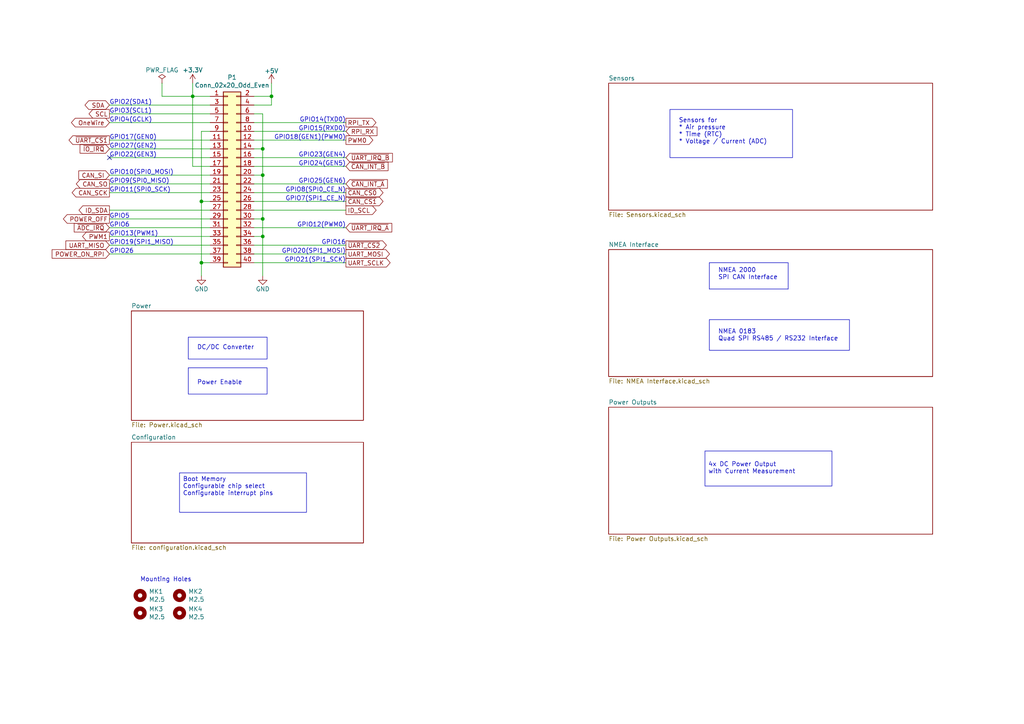
<source format=kicad_sch>
(kicad_sch (version 20231120) (generator "eeschema") (generator_version "8.0")
  (paper "A4")
  (title_block (title "Navigation HAT") (date "2020-05-11") (rev "1.0") (company "Schilling Engineering") (comment 1 "Raspberry Pi extension for sailing."))
  (lib_symbols
    (symbol "Connector_Generic:Conn_02x20_Odd_Even" (pin_names (offset 1.016) hide)
      (property "Reference" "J" (at 1.27 25.4 0))
      (property "Value" "Conn_02x20_Odd_Even" (at 1.27 -27.94 0))
      (symbol "Conn_02x20_Odd_Even_1_1"
        (rectangle (start -1.27 -25.273) (end 0 -25.527) (stroke (width 0.1524)))
        (rectangle (start -1.27 -22.733) (end 0 -22.987) (stroke (width 0.1524)))
        (rectangle (start -1.27 -20.193) (end 0 -20.447) (stroke (width 0.1524)))
        (rectangle (start -1.27 -17.653) (end 0 -17.907) (stroke (width 0.1524)))
        (rectangle (start -1.27 -15.113) (end 0 -15.367) (stroke (width 0.1524)))
        (rectangle (start -1.27 -12.573) (end 0 -12.827) (stroke (width 0.1524)))
        (rectangle (start -1.27 -10.033) (end 0 -10.287) (stroke (width 0.1524)))
        (rectangle (start -1.27 -7.493) (end 0 -7.747) (stroke (width 0.1524)))
        (rectangle (start -1.27 -4.953) (end 0 -5.207) (stroke (width 0.1524)))
        (rectangle (start -1.27 -2.413) (end 0 -2.667) (stroke (width 0.1524)))
        (rectangle (start -1.27 0.127) (end 0 -0.127) (stroke (width 0.1524)))
        (rectangle (start -1.27 2.667) (end 0 2.413) (stroke (width 0.1524)))
        (rectangle (start -1.27 5.207) (end 0 4.953) (stroke (width 0.1524)))
        (rectangle (start -1.27 7.747) (end 0 7.493) (stroke (width 0.1524)))
        (rectangle (start -1.27 10.287) (end 0 10.033) (stroke (width 0.1524)))
        (rectangle (start -1.27 12.827) (end 0 12.573) (stroke (width 0.1524)))
        (rectangle (start -1.27 15.367) (end 0 15.113) (stroke (width 0.1524)))
        (rectangle (start -1.27 17.907) (end 0 17.653) (stroke (width 0.1524)))
        (rectangle (start -1.27 20.447) (end 0 20.193) (stroke (width 0.1524)))
        (rectangle (start -1.27 22.987) (end 0 22.733) (stroke (width 0.1524)))
        (rectangle (start -1.27 24.13) (end 3.81 -26.67) (stroke (width 0.254)) (fill (type background)))
        (rectangle (start 3.81 -25.273) (end 2.54 -25.527) (stroke (width 0.1524)))
        (rectangle (start 3.81 -22.733) (end 2.54 -22.987) (stroke (width 0.1524)))
        (rectangle (start 3.81 -20.193) (end 2.54 -20.447) (stroke (width 0.1524)))
        (rectangle (start 3.81 -17.653) (end 2.54 -17.907) (stroke (width 0.1524)))
        (rectangle (start 3.81 -15.113) (end 2.54 -15.367) (stroke (width 0.1524)))
        (rectangle (start 3.81 -12.573) (end 2.54 -12.827) (stroke (width 0.1524)))
        (rectangle (start 3.81 -10.033) (end 2.54 -10.287) (stroke (width 0.1524)))
        (rectangle (start 3.81 -7.493) (end 2.54 -7.747) (stroke (width 0.1524)))
        (rectangle (start 3.81 -4.953) (end 2.54 -5.207) (stroke (width 0.1524)))
        (rectangle (start 3.81 -2.413) (end 2.54 -2.667) (stroke (width 0.1524)))
        (rectangle (start 3.81 0.127) (end 2.54 -0.127) (stroke (width 0.1524)))
        (rectangle (start 3.81 2.667) (end 2.54 2.413) (stroke (width 0.1524)))
        (rectangle (start 3.81 5.207) (end 2.54 4.953) (stroke (width 0.1524)))
        (rectangle (start 3.81 7.747) (end 2.54 7.493) (stroke (width 0.1524)))
        (rectangle (start 3.81 10.287) (end 2.54 10.033) (stroke (width 0.1524)))
        (rectangle (start 3.81 12.827) (end 2.54 12.573) (stroke (width 0.1524)))
        (rectangle (start 3.81 15.367) (end 2.54 15.113) (stroke (width 0.1524)))
        (rectangle (start 3.81 17.907) (end 2.54 17.653) (stroke (width 0.1524)))
        (rectangle (start 3.81 20.447) (end 2.54 20.193) (stroke (width 0.1524)))
        (rectangle (start 3.81 22.987) (end 2.54 22.733) (stroke (width 0.1524)))
        (pin passive line (at -5.08 22.86 0) (length 3.81) (name "Pin_1") (number "1"))
        (pin passive line (at 7.62 12.7 180) (length 3.81) (name "Pin_10") (number "10"))
        (pin passive line (at -5.08 10.16 0) (length 3.81) (name "Pin_11") (number "11"))
        (pin passive line (at 7.62 10.16 180) (length 3.81) (name "Pin_12") (number "12"))
        (pin passive line (at -5.08 7.62 0) (length 3.81) (name "Pin_13") (number "13"))
        (pin passive line (at 7.62 7.62 180) (length 3.81) (name "Pin_14") (number "14"))
        (pin passive line (at -5.08 5.08 0) (length 3.81) (name "Pin_15") (number "15"))
        (pin passive line (at 7.62 5.08 180) (length 3.81) (name "Pin_16") (number "16"))
        (pin passive line (at -5.08 2.54 0) (length 3.81) (name "Pin_17") (number "17"))
        (pin passive line (at 7.62 2.54 180) (length 3.81) (name "Pin_18") (number "18"))
        (pin passive line (at -5.08 0 0) (length 3.81) (name "Pin_19") (number "19"))
        (pin passive line (at 7.62 22.86 180) (length 3.81) (name "Pin_2") (number "2"))
        (pin passive line (at 7.62 0 180) (length 3.81) (name "Pin_20") (number "20"))
        (pin passive line (at -5.08 -2.54 0) (length 3.81) (name "Pin_21") (number "21"))
        (pin passive line (at 7.62 -2.54 180) (length 3.81) (name "Pin_22") (number "22"))
        (pin passive line (at -5.08 -5.08 0) (length 3.81) (name "Pin_23") (number "23"))
        (pin passive line (at 7.62 -5.08 180) (length 3.81) (name "Pin_24") (number "24"))
        (pin passive line (at -5.08 -7.62 0) (length 3.81) (name "Pin_25") (number "25"))
        (pin passive line (at 7.62 -7.62 180) (length 3.81) (name "Pin_26") (number "26"))
        (pin passive line (at -5.08 -10.16 0) (length 3.81) (name "Pin_27") (number "27"))
        (pin passive line (at 7.62 -10.16 180) (length 3.81) (name "Pin_28") (number "28"))
        (pin passive line (at -5.08 -12.7 0) (length 3.81) (name "Pin_29") (number "29"))
        (pin passive line (at -5.08 20.32 0) (length 3.81) (name "Pin_3") (number "3"))
        (pin passive line (at 7.62 -12.7 180) (length 3.81) (name "Pin_30") (number "30"))
        (pin passive line (at -5.08 -15.24 0) (length 3.81) (name "Pin_31") (number "31"))
        (pin passive line (at 7.62 -15.24 180) (length 3.81) (name "Pin_32") (number "32"))
        (pin passive line (at -5.08 -17.78 0) (length 3.81) (name "Pin_33") (number "33"))
        (pin passive line (at 7.62 -17.78 180) (length 3.81) (name "Pin_34") (number "34"))
        (pin passive line (at -5.08 -20.32 0) (length 3.81) (name "Pin_35") (number "35"))
        (pin passive line (at 7.62 -20.32 180) (length 3.81) (name "Pin_36") (number "36"))
        (pin passive line (at -5.08 -22.86 0) (length 3.81) (name "Pin_37") (number "37"))
        (pin passive line (at 7.62 -22.86 180) (length 3.81) (name "Pin_38") (number "38"))
        (pin passive line (at -5.08 -25.4 0) (length 3.81) (name "Pin_39") (number "39"))
        (pin passive line (at 7.62 20.32 180) (length 3.81) (name "Pin_4") (number "4"))
        (pin passive line (at 7.62 -25.4 180) (length 3.81) (name "Pin_40") (number "40"))
        (pin passive line (at -5.08 17.78 0) (length 3.81) (name "Pin_5") (number "5"))
        (pin passive line (at 7.62 17.78 180) (length 3.81) (name "Pin_6") (number "6"))
        (pin passive line (at -5.08 15.24 0) (length 3.81) (name "Pin_7") (number "7"))
        (pin passive line (at 7.62 15.24 180) (length 3.81) (name "Pin_8") (number "8"))
        (pin passive line (at -5.08 12.7 0) (length 3.81) (name "Pin_9") (number "9"))
      )
    )
    (symbol "GND_1" (power) (pin_names (offset 0))
      (property "Value" "GND_1" (at 0 -3.81 0))
      (symbol "GND_1_0_1"
        (polyline (pts (xy 0 0) (xy 0 -1.27) (xy 1.27 -1.27) (xy 0 -2.54) (xy -1.27 -1.27) (xy 0 -1.27)))
      )
      (symbol "GND_1_1_1"
        (pin power_in line (at 0 0 270) (length 0) hide (name "GND") (number "1"))
      )
    )
    (symbol "Mounting_Hole-Mechanical_1" (pin_names (offset 1.016))
      (property "Reference" "MK" (at 0 5.08 0))
      (property "Value" "Mounting_Hole-Mechanical" (at 0 3.175 0))
      (symbol "Mounting_Hole-Mechanical_1_0_1"
        (circle (center 0 0) (radius 1.27) (stroke (width 1.27)))
      )
    )
    (symbol "Mounting_Hole-Mechanical_2" (pin_names (offset 1.016))
      (property "Reference" "MK" (at 0 5.08 0))
      (property "Value" "Mounting_Hole-Mechanical" (at 0 3.175 0))
      (symbol "Mounting_Hole-Mechanical_2_0_1"
        (circle (center 0 0) (radius 1.27) (stroke (width 1.27)))
      )
    )
    (symbol "Mounting_Hole-Mechanical_3" (pin_names (offset 1.016))
      (property "Reference" "MK" (at 0 5.08 0))
      (property "Value" "Mounting_Hole-Mechanical" (at 0 3.175 0))
      (symbol "Mounting_Hole-Mechanical_3_0_1"
        (circle (center 0 0) (radius 1.27) (stroke (width 1.27)))
      )
    )
    (symbol "NavHAT-rescue:Mounting_Hole-Mechanical" (pin_names (offset 1.016))
      (property "Reference" "MK" (at 0 5.08 0))
      (property "Value" "Mounting_Hole-Mechanical" (at 0 3.175 0))
      (symbol "Mounting_Hole-Mechanical_0_1"
        (circle (center 0 0) (radius 1.27) (stroke (width 1.27)))
      )
    )
    (symbol "power:+3.3V" (power) (pin_names (offset 0))
      (property "Value" "+3.3V" (at 0 3.556 0))
      (symbol "+3.3V_0_1"
        (polyline (pts (xy -0.762 1.27) (xy 0 2.54)))
        (polyline (pts (xy 0 0) (xy 0 2.54)))
        (polyline (pts (xy 0 2.54) (xy 0.762 1.27)))
      )
      (symbol "+3.3V_1_1"
        (pin power_in line (at 0 0 90) (length 0) hide (name "+3.3V") (number "1"))
      )
    )
    (symbol "power:+5V" (power) (pin_names (offset 0))
      (property "Value" "+5V" (at 0 3.556 0))
      (symbol "+5V_0_1"
        (polyline (pts (xy -0.762 1.27) (xy 0 2.54)))
        (polyline (pts (xy 0 0) (xy 0 2.54)))
        (polyline (pts (xy 0 2.54) (xy 0.762 1.27)))
      )
      (symbol "+5V_1_1"
        (pin power_in line (at 0 0 90) (length 0) hide (name "+5V") (number "1"))
      )
    )
    (symbol "power:GND" (power) (pin_names (offset 0))
      (property "Value" "GND" (at 0 -3.81 0))
      (symbol "GND_0_1"
        (polyline (pts (xy 0 0) (xy 0 -1.27) (xy 1.27 -1.27) (xy 0 -2.54) (xy -1.27 -1.27) (xy 0 -1.27)))
      )
      (symbol "GND_1_1"
        (pin power_in line (at 0 0 270) (length 0) hide (name "GND") (number "1"))
      )
    )
    (symbol "power:PWR_FLAG" (power) (pin_numbers hide) (pin_names (offset 0) hide)
      (property "Value" "PWR_FLAG" (at 0 3.81 0))
      (symbol "PWR_FLAG_0_0"
        (pin power_out line (at 0 0 90) (length 0) (name "pwr") (number "1"))
      )
      (symbol "PWR_FLAG_0_1"
        (polyline (pts (xy 0 0) (xy 0 1.27) (xy -1.016 1.905) (xy 0 2.54) (xy 1.016 1.905) (xy 0 1.27)))
      )
    )
  )
  (junction (at 78.74 27.94))
  (junction (at 76.2 50.8))
  (junction (at 76.2 43.18))
  (junction (at 76.2 68.58))
  (junction (at 76.2 63.5))
  (junction (at 58.42 58.42))
  (junction (at 55.88 27.94))
  (junction (at 58.42 76.2))
  (no_connect (at 31.75 45.72))
  (wire (pts (xy 73.66 40.64) (xy 100.33 40.64)))
  (wire (pts (xy 76.2 50.8) (xy 76.2 63.5)))
  (wire (pts (xy 78.74 27.94) (xy 73.66 27.94)))
  (wire (pts (xy 73.66 38.1) (xy 100.33 38.1)))
  (wire (pts (xy 31.75 55.88) (xy 60.96 55.88)))
  (wire (pts (xy 78.74 27.94) (xy 78.74 30.48)))
  (wire (pts (xy 76.2 63.5) (xy 76.2 68.58)))
  (wire (pts (xy 55.88 27.94) (xy 55.88 48.26)))
  (wire (pts (xy 73.66 71.12) (xy 100.33 71.12)))
  (wire (pts (xy 31.75 33.02) (xy 60.96 33.02)))
  (wire (pts (xy 76.2 43.18) (xy 76.2 50.8)))
  (wire (pts (xy 60.96 40.64) (xy 31.75 40.64)))
  (wire (pts (xy 76.2 33.02) (xy 76.2 43.18)))
  (wire (pts (xy 58.42 58.42) (xy 58.42 76.2)))
  (wire (pts (xy 73.66 35.56) (xy 100.33 35.56)))
  (wire (pts (xy 73.66 73.66) (xy 100.33 73.66)))
  (polyline (pts (xy 228.6 83.82) (xy 205.74 83.82)))
  (wire (pts (xy 46.99 24.13) (xy 46.99 27.94)))
  (wire (pts (xy 73.66 66.04) (xy 100.33 66.04)))
  (wire (pts (xy 73.66 55.88) (xy 100.33 55.88)))
  (wire (pts (xy 76.2 33.02) (xy 73.66 33.02)))
  (wire (pts (xy 46.99 27.94) (xy 55.88 27.94)))
  (wire (pts (xy 76.2 63.5) (xy 73.66 63.5)))
  (wire (pts (xy 58.42 58.42) (xy 60.96 58.42)))
  (wire (pts (xy 73.66 45.72) (xy 100.33 45.72)))
  (wire (pts (xy 58.42 76.2) (xy 60.96 76.2)))
  (polyline (pts (xy 228.6 76.2) (xy 228.6 83.82)))
  (wire (pts (xy 55.88 48.26) (xy 60.96 48.26)))
  (wire (pts (xy 31.75 71.12) (xy 60.96 71.12)))
  (wire (pts (xy 73.66 60.96) (xy 100.33 60.96)))
  (polyline (pts (xy 205.74 76.2) (xy 228.6 76.2)))
  (wire (pts (xy 31.75 53.34) (xy 60.96 53.34)))
  (wire (pts (xy 73.66 58.42) (xy 100.33 58.42)))
  (wire (pts (xy 60.96 30.48) (xy 31.75 30.48)))
  (wire (pts (xy 31.75 73.66) (xy 60.96 73.66)))
  (wire (pts (xy 31.75 43.18) (xy 60.96 43.18)))
  (wire (pts (xy 73.66 53.34) (xy 100.33 53.34)))
  (wire (pts (xy 78.74 30.48) (xy 73.66 30.48)))
  (wire (pts (xy 31.75 60.96) (xy 60.96 60.96)))
  (wire (pts (xy 73.66 76.2) (xy 100.33 76.2)))
  (wire (pts (xy 76.2 43.18) (xy 73.66 43.18)))
  (wire (pts (xy 31.75 45.72) (xy 60.96 45.72)))
  (wire (pts (xy 58.42 76.2) (xy 58.42 80.01)))
  (wire (pts (xy 58.42 38.1) (xy 60.96 38.1)))
  (wire (pts (xy 60.96 68.58) (xy 31.75 68.58)))
  (wire (pts (xy 55.88 27.94) (xy 60.96 27.94)))
  (wire (pts (xy 76.2 68.58) (xy 76.2 80.01)))
  (polyline (pts (xy 205.74 83.82) (xy 205.74 76.2)))
  (wire (pts (xy 58.42 38.1) (xy 58.42 58.42)))
  (wire (pts (xy 76.2 50.8) (xy 73.66 50.8)))
  (wire (pts (xy 76.2 68.58) (xy 73.66 68.58)))
  (wire (pts (xy 73.66 48.26) (xy 100.33 48.26)))
  (wire (pts (xy 55.88 24.13) (xy 55.88 27.94)))
  (wire (pts (xy 31.75 35.56) (xy 60.96 35.56)))
  (wire (pts (xy 31.75 63.5) (xy 60.96 63.5)))
  (wire (pts (xy 78.74 24.13) (xy 78.74 27.94)))
  (wire (pts (xy 31.75 66.04) (xy 60.96 66.04)))
  (wire (pts (xy 60.96 50.8) (xy 31.75 50.8)))
  (rectangle (start 205.74 92.71) (end 246.38 101.6))
  (rectangle (start 54.61 106.68) (end 77.47 114.3))
  (rectangle (start 54.61 97.79) (end 77.47 104.14))
  (rectangle (start 194.31 31.75) (end 229.87 45.72))
  (text_box "Boot Memory\nConfigurable chip select\nConfigurable interrupt pins" (at 52.07 137.16 0) (size 36.83 11.43) (effects (font (size 1.27 1.27)) (justify left top)))
  (text_box "\n4x DC Power Output\nwith Current Measurement" (at 204.47 130.81 0) (size 36.83 10.16) (effects (font (size 1.27 1.27)) (justify left top)))
  (text "NMEA 2000\nSPI CAN Interface" (at 208.28 81.28 0) (effects (font (size 1.27 1.27)) (justify left bottom)))
  (text "GPIO26" (at 31.75 73.66 0) (effects (font (size 1.27 1.27)) (justify left bottom)))
  (text "GPIO8(SPI0_CE_N)" (at 100.33 55.88 0) (effects (font (size 1.27 1.27)) (justify right bottom)))
  (text "GPIO18(GEN1)(PWM0)" (at 100.33 40.64 0) (effects (font (size 1.27 1.27)) (justify right bottom)))
  (text "GPIO14(TXD0)" (at 100.33 35.56 0) (effects (font (size 1.27 1.27)) (justify right bottom)))
  (text "GPIO2(SDA1)" (at 31.75 30.48 0) (effects (font (size 1.27 1.27)) (justify left bottom)))
  (text "GPIO22(GEN3)" (at 31.75 45.72 0) (effects (font (size 1.27 1.27)) (justify left bottom)))
  (text "GPIO10(SPI0_MOSI)" (at 31.75 50.8 0) (effects (font (size 1.27 1.27)) (justify left bottom)))
  (text "GPIO16" (at 100.33 71.12 0) (effects (font (size 1.27 1.27)) (justify right bottom)))
  (text "GPIO6" (at 31.75 66.04 0) (effects (font (size 1.27 1.27)) (justify left bottom)))
  (text "Power Enable\n" (at 57.15 111.76 0) (effects (font (size 1.27 1.27)) (justify left bottom)))
  (text "GPIO5" (at 31.75 63.5 0) (effects (font (size 1.27 1.27)) (justify left bottom)))
  (text "GPIO23(GEN4)" (at 100.33 45.72 0) (effects (font (size 1.27 1.27)) (justify right bottom)))
  (text "GPIO3(SCL1)" (at 31.75 33.02 0) (effects (font (size 1.27 1.27)) (justify left bottom)))
  (text "GPIO9(SPI0_MISO)" (at 31.75 53.34 0) (effects (font (size 1.27 1.27)) (justify left bottom)))
  (text "Mounting Holes" (at 40.64 168.91 0) (effects (font (size 1.27 1.27)) (justify left bottom)))
  (text "GPIO24(GEN5)" (at 100.33 48.26 0) (effects (font (size 1.27 1.27)) (justify right bottom)))
  (text "GPIO11(SPI0_SCK)" (at 31.75 55.88 0) (effects (font (size 1.27 1.27)) (justify left bottom)))
  (text "GPIO13(PWM1)" (at 31.75 68.58 0) (effects (font (size 1.27 1.27)) (justify left bottom)))
  (text "GPIO21(SPI1_SCK)" (at 100.33 76.2 0) (effects (font (size 1.27 1.27)) (justify right bottom)))
  (text "GPIO20(SPI1_MOSI)" (at 100.33 73.66 0) (effects (font (size 1.27 1.27)) (justify right bottom)))
  (text "NMEA 0183\nQuad SPI RS485 / RS232 Interface\n" (at 208.28 99.06 0) (effects (font (size 1.27 1.27)) (justify left bottom)))
  (text "GPIO17(GEN0)" (at 31.75 40.64 0) (effects (font (size 1.27 1.27)) (justify left bottom)))
  (text "GPIO7(SPI1_CE_N)" (at 100.33 58.42 0) (effects (font (size 1.27 1.27)) (justify right bottom)))
  (text "GPIO4(GCLK)" (at 31.75 35.56 0) (effects (font (size 1.27 1.27)) (justify left bottom)))
  (text "GPIO19(SPI1_MISO)" (at 31.75 71.12 0) (effects (font (size 1.27 1.27)) (justify left bottom)))
  (text "GPIO12(PWM0)" (at 100.33 66.04 0) (effects (font (size 1.27 1.27)) (justify right bottom)))
  (text "Sensors for\n* Air pressure\n* Time (RTC)\n* Voltage / Current (ADC)" (at 196.85 41.91 0) (effects (font (size 1.27 1.27)) (justify left bottom)))
  (text "GPIO25(GEN6)" (at 100.33 53.34 0) (effects (font (size 1.27 1.27)) (justify right bottom)))
  (text "GPIO27(GEN2)" (at 31.75 43.18 0) (effects (font (size 1.27 1.27)) (justify left bottom)))
  (text "GPIO15(RXD0)" (at 100.33 38.1 0) (effects (font (size 1.27 1.27)) (justify right bottom)))
  (text "DC/DC Converter" (at 57.15 101.6 0) (effects (font (size 1.27 1.27)) (justify left bottom)))
  (global_label "SCL" (shape output) (at 31.75 33.02 180) (property "Intersheetrefs" "${INTERSHEET_REFS}" (effects (hide yes))))
  (global_label "CAN_SCK" (shape output) (at 31.75 55.88 180) (property "Intersheetrefs" "${INTERSHEET_REFS}" (effects (hide yes))))
  (global_label "~{UART_IRQ_B}" (shape input) (at 100.33 45.72 0) (property "Intersheetrefs" "${INTERSHEET_REFS}" (effects (hide yes))))
  (global_label "RPI_RX" (shape input) (at 100.33 38.1 0) (property "Intersheetrefs" "${INTERSHEET_REFS}" (effects (hide yes))))
  (global_label "PWM0" (shape output) (at 100.33 40.64 0) (property "Intersheetrefs" "${INTERSHEET_REFS}" (effects (hide yes))))
  (global_label "~{CAN_CS1}" (shape output) (at 100.33 58.42 0) (property "Intersheetrefs" "${INTERSHEET_REFS}" (effects (hide yes))))
  (global_label "RPI_TX" (shape output) (at 100.33 35.56 0) (property "Intersheetrefs" "${INTERSHEET_REFS}" (effects (hide yes))))
  (global_label "~{CAN_INT_A}" (shape input) (at 100.33 53.34 0) (property "Intersheetrefs" "${INTERSHEET_REFS}" (effects (hide yes))))
  (global_label "SDA" (shape bidirectional) (at 31.75 30.48 180) (property "Intersheetrefs" "${INTERSHEET_REFS}" (effects (hide yes))))
  (global_label "~{UART_CS1}" (shape output) (at 31.75 40.64 180) (property "Intersheetrefs" "${INTERSHEET_REFS}" (effects (hide yes))))
  (global_label "~{UART_IRQ_A}" (shape input) (at 100.33 66.04 0) (property "Intersheetrefs" "${INTERSHEET_REFS}" (effects (hide yes))))
  (global_label "ID_SCL" (shape output) (at 100.33 60.96 0) (property "Intersheetrefs" "${INTERSHEET_REFS}" (effects (hide yes))))
  (global_label "ID_SDA" (shape output) (at 31.75 60.96 180) (property "Intersheetrefs" "${INTERSHEET_REFS}" (effects (hide yes))))
  (global_label "POWER_ON_RPI" (shape input) (at 31.75 73.66 180) (property "Intersheetrefs" "${INTERSHEET_REFS}" (effects (hide yes))))
  (global_label "~{UART_CS2}" (shape output) (at 100.33 71.12 0) (property "Intersheetrefs" "${INTERSHEET_REFS}" (effects (hide yes))))
  (global_label "~{IO_IRQ}" (shape input) (at 31.75 43.18 180) (property "Intersheetrefs" "${INTERSHEET_REFS}" (effects (hide yes))))
  (global_label "~{CAN_CS0}" (shape output) (at 100.33 55.88 0) (property "Intersheetrefs" "${INTERSHEET_REFS}" (effects (hide yes))))
  (global_label "PWM1" (shape output) (at 31.75 68.58 180) (property "Intersheetrefs" "${INTERSHEET_REFS}" (effects (hide yes))))
  (global_label "CAN_SO" (shape output) (at 31.75 53.34 180) (property "Intersheetrefs" "${INTERSHEET_REFS}" (effects (hide yes))))
  (global_label "UART_MOSI" (shape output) (at 100.33 73.66 0) (property "Intersheetrefs" "${INTERSHEET_REFS}" (effects (hide yes))))
  (global_label "UART_MISO" (shape input) (at 31.75 71.12 180) (property "Intersheetrefs" "${INTERSHEET_REFS}" (effects (hide yes))))
  (global_label "CAN_SI" (shape input) (at 31.75 50.8 180) (property "Intersheetrefs" "${INTERSHEET_REFS}" (effects (hide yes))))
  (global_label "UART_SCLK" (shape output) (at 100.33 76.2 0) (property "Intersheetrefs" "${INTERSHEET_REFS}" (effects (hide yes))))
  (global_label "~{ADC_IRQ}" (shape input) (at 31.75 66.04 180) (property "Intersheetrefs" "${INTERSHEET_REFS}" (effects (hide yes))))
  (global_label "POWER_OFF" (shape output) (at 31.75 63.5 180) (property "Intersheetrefs" "${INTERSHEET_REFS}" (effects (hide yes))))
  (global_label "~{CAN_INT_B}" (shape input) (at 100.33 48.26 0) (property "Intersheetrefs" "${INTERSHEET_REFS}" (effects (hide yes))))
  (global_label "OneWire" (shape bidirectional) (at 31.75 35.56 180) (property "Intersheetrefs" "${INTERSHEET_REFS}" (effects (hide yes))))
  (symbol (lib_id "power:+5V") (at 78.74 24.13 0) (unit 1)
    (property "Reference" "#PWR02" (effects (hide yes)))
    (property "Value" "+5V" (at 78.74 20.574 0))
  )
  (symbol (lib_name "GND_1") (lib_id "power:GND") (at 76.2 80.01 0) (unit 1)
    (property "Reference" "#PWR04" (effects (hide yes)))
    (property "Value" "GND" (at 76.2 83.82 0))
  )
  (symbol (lib_id "power:GND") (at 58.42 80.01 0) (unit 1)
    (property "Reference" "#PWR03" (effects (hide yes)))
    (property "Value" "GND" (at 58.42 83.82 0))
  )
  (symbol (lib_name "Mounting_Hole-Mechanical_1") (lib_id "NavHAT-rescue:Mounting_Hole-Mechanical") (at 40.64 172.72 0) (unit 1)
    (property "Reference" "MK1" (at 43.18 171.5516 0) (effects (justify left)))
    (property "Value" "M2.5" (at 43.18 173.863 0) (effects (justify left)))
    (property "Footprint" "MountingHole:MountingHole_2.7mm_M2.5" (effects (hide yes)))
  )
  (symbol (lib_name "Mounting_Hole-Mechanical_3") (lib_id "NavHAT-rescue:Mounting_Hole-Mechanical") (at 52.07 172.72 0) (unit 1)
    (property "Reference" "MK2" (at 54.61 171.5516 0) (effects (justify left)))
    (property "Value" "M2.5" (at 54.61 173.863 0) (effects (justify left)))
    (property "Footprint" "MountingHole:MountingHole_2.7mm_M2.5" (effects (hide yes)))
  )
  (symbol (lib_name "Mounting_Hole-Mechanical_2") (lib_id "NavHAT-rescue:Mounting_Hole-Mechanical") (at 40.64 177.8 0) (unit 1)
    (property "Reference" "MK3" (at 43.18 176.6316 0) (effects (justify left)))
    (property "Value" "M2.5" (at 43.18 178.943 0) (effects (justify left)))
    (property "Footprint" "MountingHole:MountingHole_2.7mm_M2.5" (effects (hide yes)))
  )
  (symbol (lib_id "NavHAT-rescue:Mounting_Hole-Mechanical") (at 52.07 177.8 0) (unit 1)
    (property "Reference" "MK4" (at 54.61 176.6316 0) (effects (justify left)))
    (property "Value" "M2.5" (at 54.61 178.943 0) (effects (justify left)))
    (property "Footprint" "MountingHole:MountingHole_2.7mm_M2.5" (effects (hide yes)))
  )
  (symbol (lib_id "Connector_Generic:Conn_02x20_Odd_Even") (at 66.04 50.8 0) (unit 1)
    (property "Reference" "P1" (at 67.31 22.4282 0))
    (property "Value" "Conn_02x20_Odd_Even" (at 67.31 24.7396 0))
    (property "Footprint" "Connector_PinSocket_2.54mm:PinSocket_2x20_P2.54mm_Vertical" (effects (hide yes)))
  )
  (symbol (lib_id "power:+3.3V") (at 55.88 24.13 0) (unit 1)
    (property "Reference" "#PWR01" (effects (hide yes)))
    (property "Value" "+3.3V" (at 55.88 20.32 0))
  )
  (symbol (lib_id "power:PWR_FLAG") (at 46.99 24.13 0) (unit 1)
    (property "Reference" "#FLG01" (effects (hide yes)))
    (property "Value" "PWR_FLAG" (at 46.99 20.32 0))
  )
  (sheet (at 38.1 90.17) (size 67.31 31.75)
    (property "Sheetname" "Power" (at 38.1 89.4584 0) (effects (justify left bottom)))
    (property "Sheetfile" "Power.kicad_sch" (at 38.1 122.5046 0) (effects (justify left top)))
  )
  (sheet (at 176.53 24.13) (size 93.98 36.83)
    (property "Sheetname" "Sensors" (at 176.53 23.4184 0) (effects (justify left bottom)))
    (property "Sheetfile" "Sensors.kicad_sch" (at 176.53 61.5446 0) (effects (justify left top)))
  )
  (sheet (at 176.53 72.39) (size 93.98 36.83)
    (property "Sheetname" "NMEA Interface" (at 176.53 71.6784 0) (effects (justify left bottom)))
    (property "Sheetfile" "NMEA Interface.kicad_sch" (at 176.53 109.8046 0) (effects (justify left top)))
  )
  (sheet (at 176.53 118.11) (size 93.98 36.83)
    (property "Sheetname" "Power Outputs" (at 176.53 117.3984 0) (effects (justify left bottom)))
    (property "Sheetfile" "Power Outputs.kicad_sch" (at 176.53 155.5246 0) (effects (justify left top)))
  )
  (sheet (at 38.1 128.27) (size 67.31 29.21) (stroke (width 0.1524))
    (property "Sheetname" "Configuration" (at 38.1 127.5584 0) (effects (justify left bottom)))
    (property "Sheetfile" "configuration.kicad_sch" (at 38.1 158.0646 0) (effects (justify left top)))
  )
)
</source>
